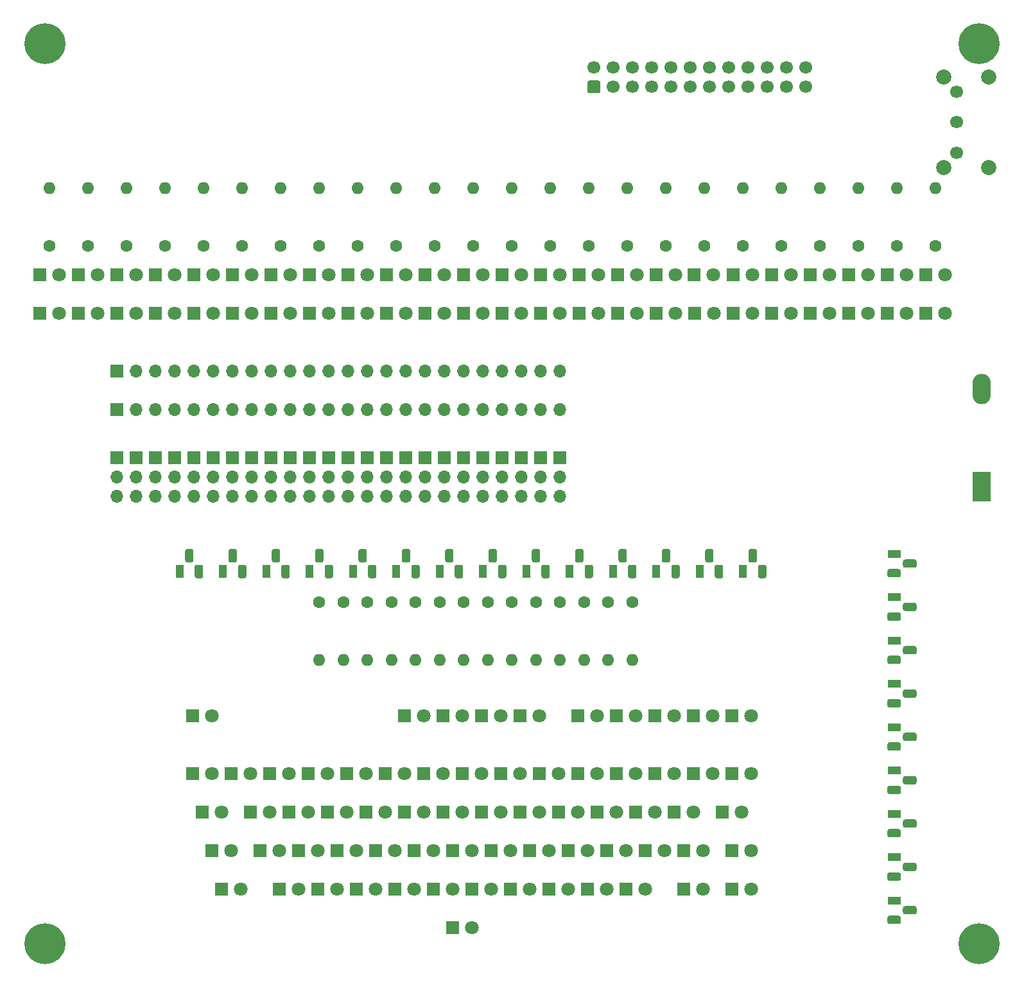
<source format=gbs>
G04 #@! TF.GenerationSoftware,KiCad,Pcbnew,(5.1.10)-1*
G04 #@! TF.CreationDate,2021-11-09T17:57:51-08:00*
G04 #@! TF.ProjectId,AtariKeyboardTester,41746172-694b-4657-9962-6f6172645465,A*
G04 #@! TF.SameCoordinates,Original*
G04 #@! TF.FileFunction,Soldermask,Bot*
G04 #@! TF.FilePolarity,Negative*
%FSLAX46Y46*%
G04 Gerber Fmt 4.6, Leading zero omitted, Abs format (unit mm)*
G04 Created by KiCad (PCBNEW (5.1.10)-1) date 2021-11-09 17:57:51*
%MOMM*%
%LPD*%
G01*
G04 APERTURE LIST*
%ADD10C,1.800000*%
%ADD11R,1.800000X1.800000*%
%ADD12O,2.410000X4.020000*%
%ADD13R,2.410000X4.020000*%
%ADD14C,1.700000*%
%ADD15C,2.000000*%
%ADD16O,1.700000X1.700000*%
%ADD17R,1.700000X1.700000*%
%ADD18C,1.600000*%
%ADD19O,1.600000X1.600000*%
%ADD20C,5.400000*%
%ADD21R,1.800000X1.100000*%
%ADD22R,1.100000X1.800000*%
G04 APERTURE END LIST*
D10*
X116674900Y-112786160D03*
D11*
X114134900Y-112786160D03*
D10*
X142240000Y-59690000D03*
D11*
X139700000Y-59690000D03*
D10*
X137160000Y-59690000D03*
D11*
X134620000Y-59690000D03*
D10*
X132080000Y-59690000D03*
D11*
X129540000Y-59690000D03*
D10*
X127000000Y-59690000D03*
D11*
X124460000Y-59690000D03*
D10*
X121920000Y-59690000D03*
D11*
X119380000Y-59690000D03*
D10*
X116840000Y-59690000D03*
D11*
X114300000Y-59690000D03*
D10*
X111760000Y-59690000D03*
D11*
X109220000Y-59690000D03*
D10*
X106680000Y-59690000D03*
D11*
X104140000Y-59690000D03*
D10*
X101600000Y-59690000D03*
D11*
X99060000Y-59690000D03*
D10*
X96520000Y-59690000D03*
D11*
X93980000Y-59690000D03*
D10*
X91440000Y-59690000D03*
D11*
X88900000Y-59690000D03*
D10*
X86360000Y-59690000D03*
D11*
X83820000Y-59690000D03*
D10*
X81280000Y-59690000D03*
D11*
X78740000Y-59690000D03*
D10*
X76200000Y-59690000D03*
D11*
X73660000Y-59690000D03*
D10*
X71120000Y-59690000D03*
D11*
X68580000Y-59690000D03*
D10*
X66040000Y-59690000D03*
D11*
X63500000Y-59690000D03*
D10*
X60960000Y-59690000D03*
D11*
X58420000Y-59690000D03*
D10*
X55880000Y-59690000D03*
D11*
X53340000Y-59690000D03*
D10*
X50800000Y-59690000D03*
D11*
X48260000Y-59690000D03*
D10*
X45720000Y-59690000D03*
D11*
X43180000Y-59690000D03*
D10*
X40640000Y-59690000D03*
D11*
X38100000Y-59690000D03*
D10*
X35560000Y-59690000D03*
D11*
X33020000Y-59690000D03*
D10*
X30480000Y-59690000D03*
D11*
X27940000Y-59690000D03*
D10*
X25400000Y-59690000D03*
D11*
X22860000Y-59690000D03*
D10*
X142240000Y-54610000D03*
D11*
X139700000Y-54610000D03*
D10*
X137160000Y-54610000D03*
D11*
X134620000Y-54610000D03*
D10*
X132080000Y-54610000D03*
D11*
X129540000Y-54610000D03*
D10*
X127000000Y-54610000D03*
D11*
X124460000Y-54610000D03*
D10*
X121920000Y-54610000D03*
D11*
X119380000Y-54610000D03*
D10*
X116840000Y-54610000D03*
D11*
X114300000Y-54610000D03*
D10*
X111680000Y-54610000D03*
D11*
X109140000Y-54610000D03*
D10*
X106680000Y-54610000D03*
D11*
X104140000Y-54610000D03*
D10*
X101600000Y-54610000D03*
D11*
X99060000Y-54610000D03*
D10*
X96520000Y-54610000D03*
D11*
X93980000Y-54610000D03*
D10*
X91440000Y-54610000D03*
D11*
X88900000Y-54610000D03*
D10*
X86360000Y-54610000D03*
D11*
X83820000Y-54610000D03*
D10*
X81280000Y-54610000D03*
D11*
X78740000Y-54610000D03*
D10*
X76200000Y-54610000D03*
D11*
X73660000Y-54610000D03*
D10*
X71120000Y-54610000D03*
D11*
X68580000Y-54610000D03*
D10*
X66040000Y-54610000D03*
D11*
X63500000Y-54610000D03*
D10*
X60960000Y-54610000D03*
D11*
X58420000Y-54610000D03*
D10*
X55880000Y-54610000D03*
D11*
X53340000Y-54610000D03*
D10*
X50800000Y-54610000D03*
D11*
X48260000Y-54610000D03*
D10*
X45720000Y-54610000D03*
D11*
X43180000Y-54610000D03*
D10*
X40640000Y-54610000D03*
D11*
X38100000Y-54610000D03*
D10*
X35560000Y-54610000D03*
D11*
X33020000Y-54610000D03*
D10*
X30480000Y-54610000D03*
D11*
X27940000Y-54610000D03*
D10*
X25400000Y-54610000D03*
D11*
X22860000Y-54610000D03*
D10*
X116674900Y-120406160D03*
D11*
X114134900Y-120406160D03*
D10*
X111594900Y-112786160D03*
D11*
X109054900Y-112786160D03*
D10*
X116674900Y-135646160D03*
D11*
X114134900Y-135646160D03*
D10*
X116674900Y-130566160D03*
D11*
X114134900Y-130566160D03*
D10*
X115404900Y-125486160D03*
D11*
X112864900Y-125486160D03*
D10*
X111594900Y-120406160D03*
D11*
X109054900Y-120406160D03*
D10*
X110324900Y-130566160D03*
D11*
X107784900Y-130566160D03*
D10*
X110324900Y-135646160D03*
D11*
X107784900Y-135646160D03*
D10*
X109054900Y-125486160D03*
D11*
X106514900Y-125486160D03*
D10*
X106514900Y-112786160D03*
D11*
X103974900Y-112786160D03*
D10*
X106514900Y-120406160D03*
D11*
X103974900Y-120406160D03*
D10*
X105244900Y-130566160D03*
D11*
X102704900Y-130566160D03*
D10*
X103974900Y-125486160D03*
D11*
X101434900Y-125486160D03*
D10*
X102704900Y-135646160D03*
D11*
X100164900Y-135646160D03*
D10*
X101434900Y-120406160D03*
D11*
X98894900Y-120406160D03*
D10*
X101434900Y-112786160D03*
D11*
X98894900Y-112786160D03*
D10*
X100164900Y-130566160D03*
D11*
X97624900Y-130566160D03*
D10*
X98894900Y-125486160D03*
D11*
X96354900Y-125486160D03*
D10*
X97624900Y-135646160D03*
D11*
X95084900Y-135646160D03*
D10*
X96354900Y-120406160D03*
D11*
X93814900Y-120406160D03*
D10*
X95084900Y-130566160D03*
D11*
X92544900Y-130566160D03*
D10*
X93814900Y-125486160D03*
D11*
X91274900Y-125486160D03*
D10*
X96354900Y-112786160D03*
D11*
X93814900Y-112786160D03*
D10*
X92544900Y-135646160D03*
D11*
X90004900Y-135646160D03*
D10*
X91274900Y-120406160D03*
D11*
X88734900Y-120406160D03*
D10*
X90004900Y-130566160D03*
D11*
X87464900Y-130566160D03*
D10*
X88734900Y-125486160D03*
D11*
X86194900Y-125486160D03*
D10*
X87464900Y-135646160D03*
D11*
X84924900Y-135646160D03*
D10*
X86194900Y-120406160D03*
D11*
X83654900Y-120406160D03*
D10*
X88734900Y-112786160D03*
D11*
X86194900Y-112786160D03*
D10*
X84924900Y-130566160D03*
D11*
X82384900Y-130566160D03*
D10*
X83654900Y-125486160D03*
D11*
X81114900Y-125486160D03*
D10*
X82384900Y-135646160D03*
D11*
X79844900Y-135646160D03*
D10*
X79844900Y-140726160D03*
D11*
X77304900Y-140726160D03*
D10*
X81114900Y-120406160D03*
D11*
X78574900Y-120406160D03*
D10*
X79844900Y-130566160D03*
D11*
X77304900Y-130566160D03*
D10*
X78574900Y-125486160D03*
D11*
X76034900Y-125486160D03*
D10*
X83654900Y-112786160D03*
D11*
X81114900Y-112786160D03*
D10*
X77304900Y-135646160D03*
D11*
X74764900Y-135646160D03*
D10*
X76034900Y-120406160D03*
D11*
X73494900Y-120406160D03*
D10*
X74764900Y-130566160D03*
D11*
X72224900Y-130566160D03*
D10*
X73494900Y-125486160D03*
D11*
X70954900Y-125486160D03*
D10*
X72224900Y-135646160D03*
D11*
X69684900Y-135646160D03*
D10*
X70954900Y-120406160D03*
D11*
X68414900Y-120406160D03*
D10*
X78574900Y-112786160D03*
D11*
X76034900Y-112786160D03*
D10*
X69684900Y-130566160D03*
D11*
X67144900Y-130566160D03*
D10*
X68414900Y-125486160D03*
D11*
X65874900Y-125486160D03*
D10*
X67144900Y-135646160D03*
D11*
X64604900Y-135646160D03*
D10*
X65874900Y-120406160D03*
D11*
X63334900Y-120406160D03*
D10*
X64604900Y-130566160D03*
D11*
X62064900Y-130566160D03*
D10*
X63334900Y-125486160D03*
D11*
X60794900Y-125486160D03*
D10*
X73494900Y-112786160D03*
D11*
X70954900Y-112786160D03*
D10*
X62064900Y-135646160D03*
D11*
X59524900Y-135646160D03*
D10*
X60794900Y-120406160D03*
D11*
X58254900Y-120406160D03*
D10*
X59524900Y-130566160D03*
D11*
X56984900Y-130566160D03*
D10*
X58254900Y-125486160D03*
D11*
X55714900Y-125486160D03*
D10*
X56984900Y-135646160D03*
D11*
X54444900Y-135646160D03*
D10*
X55714900Y-120406160D03*
D11*
X53174900Y-120406160D03*
D10*
X54444900Y-130566160D03*
D11*
X51904900Y-130566160D03*
D10*
X53174900Y-125486160D03*
D11*
X50634900Y-125486160D03*
D10*
X50634900Y-120406160D03*
D11*
X48094900Y-120406160D03*
D10*
X49364900Y-135646160D03*
D11*
X46824900Y-135646160D03*
D10*
X48094900Y-130566160D03*
D11*
X45554900Y-130566160D03*
D10*
X46824900Y-125486160D03*
D11*
X44284900Y-125486160D03*
D10*
X45554900Y-120406160D03*
D11*
X43014900Y-120406160D03*
D10*
X45554900Y-112786160D03*
D11*
X43014900Y-112786160D03*
D12*
X147030000Y-69680000D03*
D13*
X147030000Y-82560000D03*
D14*
X143750000Y-30500000D03*
X143750000Y-34500000D03*
X143750000Y-38500000D03*
D15*
X148000000Y-40500000D03*
X148000000Y-28500000D03*
X142000000Y-28500000D03*
X142000000Y-40500000D03*
D16*
X33020000Y-83820000D03*
X33020000Y-81280000D03*
D17*
X33020000Y-78740000D03*
D16*
X35560000Y-83820000D03*
X35560000Y-81280000D03*
D17*
X35560000Y-78740000D03*
D16*
X38100000Y-83820000D03*
X38100000Y-81280000D03*
D17*
X38100000Y-78740000D03*
D16*
X40640000Y-83820000D03*
X40640000Y-81280000D03*
D17*
X40640000Y-78740000D03*
D16*
X43180000Y-83790000D03*
X43180000Y-81250000D03*
D17*
X43180000Y-78710000D03*
D16*
X45720000Y-83850000D03*
X45720000Y-81310000D03*
D17*
X45720000Y-78770000D03*
D16*
X48260000Y-83850000D03*
X48260000Y-81310000D03*
D17*
X48260000Y-78770000D03*
D16*
X50800000Y-83820000D03*
X50800000Y-81280000D03*
D17*
X50800000Y-78740000D03*
D16*
X53340000Y-83820000D03*
X53340000Y-81280000D03*
D17*
X53340000Y-78740000D03*
D16*
X55880000Y-83820000D03*
X55880000Y-81280000D03*
D17*
X55880000Y-78740000D03*
D16*
X58420000Y-83820000D03*
X58420000Y-81280000D03*
D17*
X58420000Y-78740000D03*
D16*
X60960000Y-83820000D03*
X60960000Y-81280000D03*
D17*
X60960000Y-78740000D03*
D16*
X63500000Y-83820000D03*
X63500000Y-81280000D03*
D17*
X63500000Y-78740000D03*
D16*
X66040000Y-83820000D03*
X66040000Y-81280000D03*
D17*
X66040000Y-78740000D03*
D16*
X68580000Y-83820000D03*
X68580000Y-81280000D03*
D17*
X68580000Y-78740000D03*
D16*
X71120000Y-83820000D03*
X71120000Y-81280000D03*
D17*
X71120000Y-78740000D03*
D16*
X73660000Y-83820000D03*
X73660000Y-81280000D03*
D17*
X73660000Y-78740000D03*
D16*
X76200000Y-83820000D03*
X76200000Y-81280000D03*
D17*
X76200000Y-78740000D03*
D16*
X78740000Y-83820000D03*
X78740000Y-81280000D03*
D17*
X78740000Y-78740000D03*
D16*
X81280000Y-83820000D03*
X81280000Y-81280000D03*
D17*
X81280000Y-78740000D03*
D16*
X83820000Y-83820000D03*
X83820000Y-81280000D03*
D17*
X83820000Y-78740000D03*
D16*
X86360000Y-83820000D03*
X86360000Y-81280000D03*
D17*
X86360000Y-78740000D03*
D16*
X88900000Y-83820000D03*
X88900000Y-81280000D03*
D17*
X88900000Y-78740000D03*
D16*
X91440000Y-83820000D03*
X91440000Y-81280000D03*
D17*
X91440000Y-78740000D03*
D18*
X24130000Y-50800000D03*
D19*
X24130000Y-43180000D03*
D18*
X29210000Y-50800000D03*
D19*
X29210000Y-43180000D03*
D18*
X34290000Y-50800000D03*
D19*
X34290000Y-43180000D03*
D18*
X39370000Y-50800000D03*
D19*
X39370000Y-43180000D03*
D18*
X44450000Y-50800000D03*
D19*
X44450000Y-43180000D03*
D18*
X49530000Y-50800000D03*
D19*
X49530000Y-43180000D03*
D18*
X54610000Y-50800000D03*
D19*
X54610000Y-43180000D03*
D18*
X59690000Y-50800000D03*
D19*
X59690000Y-43180000D03*
D18*
X64770000Y-50800000D03*
D19*
X64770000Y-43180000D03*
D18*
X69850000Y-50800000D03*
D19*
X69850000Y-43180000D03*
D18*
X74930000Y-50800000D03*
D19*
X74930000Y-43180000D03*
D18*
X80010000Y-50800000D03*
D19*
X80010000Y-43180000D03*
D18*
X85090000Y-50800000D03*
D19*
X85090000Y-43180000D03*
D18*
X90170000Y-50800000D03*
D19*
X90170000Y-43180000D03*
D18*
X95250000Y-50800000D03*
D19*
X95250000Y-43180000D03*
D18*
X100330000Y-50800000D03*
D19*
X100330000Y-43180000D03*
D18*
X105410000Y-50800000D03*
D19*
X105410000Y-43180000D03*
D18*
X110490000Y-50800000D03*
D19*
X110490000Y-43180000D03*
D18*
X115570000Y-50800000D03*
D19*
X115570000Y-43180000D03*
D18*
X120650000Y-50800000D03*
D19*
X120650000Y-43180000D03*
D18*
X125730000Y-50800000D03*
D19*
X125730000Y-43180000D03*
D18*
X130810000Y-50800000D03*
D19*
X130810000Y-43180000D03*
D18*
X135890000Y-50800000D03*
D19*
X135890000Y-43180000D03*
D18*
X140970000Y-50800000D03*
D19*
X140970000Y-43180000D03*
D18*
X59690000Y-97790000D03*
D19*
X59690000Y-105410000D03*
D18*
X62865000Y-97790000D03*
D19*
X62865000Y-105410000D03*
D18*
X66040000Y-97790000D03*
D19*
X66040000Y-105410000D03*
D18*
X69215000Y-97790000D03*
D19*
X69215000Y-105410000D03*
D18*
X72390000Y-97790000D03*
D19*
X72390000Y-105410000D03*
D18*
X75565000Y-97790000D03*
D19*
X75565000Y-105410000D03*
D18*
X78740000Y-97790000D03*
D19*
X78740000Y-105410000D03*
D18*
X81915000Y-97790000D03*
D19*
X81915000Y-105410000D03*
D18*
X85090000Y-97790000D03*
D19*
X85090000Y-105410000D03*
D18*
X88265000Y-97790000D03*
D19*
X88265000Y-105410000D03*
D18*
X91440000Y-97790000D03*
D19*
X91440000Y-105410000D03*
D18*
X94615000Y-97790000D03*
D19*
X94615000Y-105410000D03*
D18*
X97790000Y-97790000D03*
D19*
X97790000Y-105410000D03*
D18*
X100965000Y-97790000D03*
D19*
X100965000Y-105410000D03*
D20*
X146685000Y-24130000D03*
X146685000Y-142875000D03*
X23495000Y-142875000D03*
X23495000Y-24130000D03*
D21*
X135490000Y-137160000D03*
G36*
G01*
X134865000Y-139150000D02*
X136115000Y-139150000D01*
G75*
G02*
X136390000Y-139425000I0J-275000D01*
G01*
X136390000Y-139975000D01*
G75*
G02*
X136115000Y-140250000I-275000J0D01*
G01*
X134865000Y-140250000D01*
G75*
G02*
X134590000Y-139975000I0J275000D01*
G01*
X134590000Y-139425000D01*
G75*
G02*
X134865000Y-139150000I275000J0D01*
G01*
G37*
G36*
G01*
X136935000Y-137880000D02*
X138185000Y-137880000D01*
G75*
G02*
X138460000Y-138155000I0J-275000D01*
G01*
X138460000Y-138705000D01*
G75*
G02*
X138185000Y-138980000I-275000J0D01*
G01*
X136935000Y-138980000D01*
G75*
G02*
X136660000Y-138705000I0J275000D01*
G01*
X136660000Y-138155000D01*
G75*
G02*
X136935000Y-137880000I275000J0D01*
G01*
G37*
X135490000Y-131445000D03*
G36*
G01*
X134865000Y-133435000D02*
X136115000Y-133435000D01*
G75*
G02*
X136390000Y-133710000I0J-275000D01*
G01*
X136390000Y-134260000D01*
G75*
G02*
X136115000Y-134535000I-275000J0D01*
G01*
X134865000Y-134535000D01*
G75*
G02*
X134590000Y-134260000I0J275000D01*
G01*
X134590000Y-133710000D01*
G75*
G02*
X134865000Y-133435000I275000J0D01*
G01*
G37*
G36*
G01*
X136935000Y-132165000D02*
X138185000Y-132165000D01*
G75*
G02*
X138460000Y-132440000I0J-275000D01*
G01*
X138460000Y-132990000D01*
G75*
G02*
X138185000Y-133265000I-275000J0D01*
G01*
X136935000Y-133265000D01*
G75*
G02*
X136660000Y-132990000I0J275000D01*
G01*
X136660000Y-132440000D01*
G75*
G02*
X136935000Y-132165000I275000J0D01*
G01*
G37*
X135490000Y-125730000D03*
G36*
G01*
X134865000Y-127720000D02*
X136115000Y-127720000D01*
G75*
G02*
X136390000Y-127995000I0J-275000D01*
G01*
X136390000Y-128545000D01*
G75*
G02*
X136115000Y-128820000I-275000J0D01*
G01*
X134865000Y-128820000D01*
G75*
G02*
X134590000Y-128545000I0J275000D01*
G01*
X134590000Y-127995000D01*
G75*
G02*
X134865000Y-127720000I275000J0D01*
G01*
G37*
G36*
G01*
X136935000Y-126450000D02*
X138185000Y-126450000D01*
G75*
G02*
X138460000Y-126725000I0J-275000D01*
G01*
X138460000Y-127275000D01*
G75*
G02*
X138185000Y-127550000I-275000J0D01*
G01*
X136935000Y-127550000D01*
G75*
G02*
X136660000Y-127275000I0J275000D01*
G01*
X136660000Y-126725000D01*
G75*
G02*
X136935000Y-126450000I275000J0D01*
G01*
G37*
X135490000Y-120015000D03*
G36*
G01*
X134865000Y-122005000D02*
X136115000Y-122005000D01*
G75*
G02*
X136390000Y-122280000I0J-275000D01*
G01*
X136390000Y-122830000D01*
G75*
G02*
X136115000Y-123105000I-275000J0D01*
G01*
X134865000Y-123105000D01*
G75*
G02*
X134590000Y-122830000I0J275000D01*
G01*
X134590000Y-122280000D01*
G75*
G02*
X134865000Y-122005000I275000J0D01*
G01*
G37*
G36*
G01*
X136935000Y-120735000D02*
X138185000Y-120735000D01*
G75*
G02*
X138460000Y-121010000I0J-275000D01*
G01*
X138460000Y-121560000D01*
G75*
G02*
X138185000Y-121835000I-275000J0D01*
G01*
X136935000Y-121835000D01*
G75*
G02*
X136660000Y-121560000I0J275000D01*
G01*
X136660000Y-121010000D01*
G75*
G02*
X136935000Y-120735000I275000J0D01*
G01*
G37*
X135490000Y-114300000D03*
G36*
G01*
X134865000Y-116290000D02*
X136115000Y-116290000D01*
G75*
G02*
X136390000Y-116565000I0J-275000D01*
G01*
X136390000Y-117115000D01*
G75*
G02*
X136115000Y-117390000I-275000J0D01*
G01*
X134865000Y-117390000D01*
G75*
G02*
X134590000Y-117115000I0J275000D01*
G01*
X134590000Y-116565000D01*
G75*
G02*
X134865000Y-116290000I275000J0D01*
G01*
G37*
G36*
G01*
X136935000Y-115020000D02*
X138185000Y-115020000D01*
G75*
G02*
X138460000Y-115295000I0J-275000D01*
G01*
X138460000Y-115845000D01*
G75*
G02*
X138185000Y-116120000I-275000J0D01*
G01*
X136935000Y-116120000D01*
G75*
G02*
X136660000Y-115845000I0J275000D01*
G01*
X136660000Y-115295000D01*
G75*
G02*
X136935000Y-115020000I275000J0D01*
G01*
G37*
X135490000Y-108585000D03*
G36*
G01*
X134865000Y-110575000D02*
X136115000Y-110575000D01*
G75*
G02*
X136390000Y-110850000I0J-275000D01*
G01*
X136390000Y-111400000D01*
G75*
G02*
X136115000Y-111675000I-275000J0D01*
G01*
X134865000Y-111675000D01*
G75*
G02*
X134590000Y-111400000I0J275000D01*
G01*
X134590000Y-110850000D01*
G75*
G02*
X134865000Y-110575000I275000J0D01*
G01*
G37*
G36*
G01*
X136935000Y-109305000D02*
X138185000Y-109305000D01*
G75*
G02*
X138460000Y-109580000I0J-275000D01*
G01*
X138460000Y-110130000D01*
G75*
G02*
X138185000Y-110405000I-275000J0D01*
G01*
X136935000Y-110405000D01*
G75*
G02*
X136660000Y-110130000I0J275000D01*
G01*
X136660000Y-109580000D01*
G75*
G02*
X136935000Y-109305000I275000J0D01*
G01*
G37*
X135490000Y-102870000D03*
G36*
G01*
X134865000Y-104860000D02*
X136115000Y-104860000D01*
G75*
G02*
X136390000Y-105135000I0J-275000D01*
G01*
X136390000Y-105685000D01*
G75*
G02*
X136115000Y-105960000I-275000J0D01*
G01*
X134865000Y-105960000D01*
G75*
G02*
X134590000Y-105685000I0J275000D01*
G01*
X134590000Y-105135000D01*
G75*
G02*
X134865000Y-104860000I275000J0D01*
G01*
G37*
G36*
G01*
X136935000Y-103590000D02*
X138185000Y-103590000D01*
G75*
G02*
X138460000Y-103865000I0J-275000D01*
G01*
X138460000Y-104415000D01*
G75*
G02*
X138185000Y-104690000I-275000J0D01*
G01*
X136935000Y-104690000D01*
G75*
G02*
X136660000Y-104415000I0J275000D01*
G01*
X136660000Y-103865000D01*
G75*
G02*
X136935000Y-103590000I275000J0D01*
G01*
G37*
X135490000Y-97155000D03*
G36*
G01*
X134865000Y-99145000D02*
X136115000Y-99145000D01*
G75*
G02*
X136390000Y-99420000I0J-275000D01*
G01*
X136390000Y-99970000D01*
G75*
G02*
X136115000Y-100245000I-275000J0D01*
G01*
X134865000Y-100245000D01*
G75*
G02*
X134590000Y-99970000I0J275000D01*
G01*
X134590000Y-99420000D01*
G75*
G02*
X134865000Y-99145000I275000J0D01*
G01*
G37*
G36*
G01*
X136935000Y-97875000D02*
X138185000Y-97875000D01*
G75*
G02*
X138460000Y-98150000I0J-275000D01*
G01*
X138460000Y-98700000D01*
G75*
G02*
X138185000Y-98975000I-275000J0D01*
G01*
X136935000Y-98975000D01*
G75*
G02*
X136660000Y-98700000I0J275000D01*
G01*
X136660000Y-98150000D01*
G75*
G02*
X136935000Y-97875000I275000J0D01*
G01*
G37*
X135490000Y-91440000D03*
G36*
G01*
X134865000Y-93430000D02*
X136115000Y-93430000D01*
G75*
G02*
X136390000Y-93705000I0J-275000D01*
G01*
X136390000Y-94255000D01*
G75*
G02*
X136115000Y-94530000I-275000J0D01*
G01*
X134865000Y-94530000D01*
G75*
G02*
X134590000Y-94255000I0J275000D01*
G01*
X134590000Y-93705000D01*
G75*
G02*
X134865000Y-93430000I275000J0D01*
G01*
G37*
G36*
G01*
X136935000Y-92160000D02*
X138185000Y-92160000D01*
G75*
G02*
X138460000Y-92435000I0J-275000D01*
G01*
X138460000Y-92985000D01*
G75*
G02*
X138185000Y-93260000I-275000J0D01*
G01*
X136935000Y-93260000D01*
G75*
G02*
X136660000Y-92985000I0J275000D01*
G01*
X136660000Y-92435000D01*
G75*
G02*
X136935000Y-92160000I275000J0D01*
G01*
G37*
D22*
X115570000Y-93745000D03*
G36*
G01*
X117560000Y-94370000D02*
X117560000Y-93120000D01*
G75*
G02*
X117835000Y-92845000I275000J0D01*
G01*
X118385000Y-92845000D01*
G75*
G02*
X118660000Y-93120000I0J-275000D01*
G01*
X118660000Y-94370000D01*
G75*
G02*
X118385000Y-94645000I-275000J0D01*
G01*
X117835000Y-94645000D01*
G75*
G02*
X117560000Y-94370000I0J275000D01*
G01*
G37*
G36*
G01*
X116290000Y-92300000D02*
X116290000Y-91050000D01*
G75*
G02*
X116565000Y-90775000I275000J0D01*
G01*
X117115000Y-90775000D01*
G75*
G02*
X117390000Y-91050000I0J-275000D01*
G01*
X117390000Y-92300000D01*
G75*
G02*
X117115000Y-92575000I-275000J0D01*
G01*
X116565000Y-92575000D01*
G75*
G02*
X116290000Y-92300000I0J275000D01*
G01*
G37*
X109855000Y-93745000D03*
G36*
G01*
X111845000Y-94370000D02*
X111845000Y-93120000D01*
G75*
G02*
X112120000Y-92845000I275000J0D01*
G01*
X112670000Y-92845000D01*
G75*
G02*
X112945000Y-93120000I0J-275000D01*
G01*
X112945000Y-94370000D01*
G75*
G02*
X112670000Y-94645000I-275000J0D01*
G01*
X112120000Y-94645000D01*
G75*
G02*
X111845000Y-94370000I0J275000D01*
G01*
G37*
G36*
G01*
X110575000Y-92300000D02*
X110575000Y-91050000D01*
G75*
G02*
X110850000Y-90775000I275000J0D01*
G01*
X111400000Y-90775000D01*
G75*
G02*
X111675000Y-91050000I0J-275000D01*
G01*
X111675000Y-92300000D01*
G75*
G02*
X111400000Y-92575000I-275000J0D01*
G01*
X110850000Y-92575000D01*
G75*
G02*
X110575000Y-92300000I0J275000D01*
G01*
G37*
X104140000Y-93745000D03*
G36*
G01*
X106130000Y-94370000D02*
X106130000Y-93120000D01*
G75*
G02*
X106405000Y-92845000I275000J0D01*
G01*
X106955000Y-92845000D01*
G75*
G02*
X107230000Y-93120000I0J-275000D01*
G01*
X107230000Y-94370000D01*
G75*
G02*
X106955000Y-94645000I-275000J0D01*
G01*
X106405000Y-94645000D01*
G75*
G02*
X106130000Y-94370000I0J275000D01*
G01*
G37*
G36*
G01*
X104860000Y-92300000D02*
X104860000Y-91050000D01*
G75*
G02*
X105135000Y-90775000I275000J0D01*
G01*
X105685000Y-90775000D01*
G75*
G02*
X105960000Y-91050000I0J-275000D01*
G01*
X105960000Y-92300000D01*
G75*
G02*
X105685000Y-92575000I-275000J0D01*
G01*
X105135000Y-92575000D01*
G75*
G02*
X104860000Y-92300000I0J275000D01*
G01*
G37*
X98425000Y-93745000D03*
G36*
G01*
X100415000Y-94370000D02*
X100415000Y-93120000D01*
G75*
G02*
X100690000Y-92845000I275000J0D01*
G01*
X101240000Y-92845000D01*
G75*
G02*
X101515000Y-93120000I0J-275000D01*
G01*
X101515000Y-94370000D01*
G75*
G02*
X101240000Y-94645000I-275000J0D01*
G01*
X100690000Y-94645000D01*
G75*
G02*
X100415000Y-94370000I0J275000D01*
G01*
G37*
G36*
G01*
X99145000Y-92300000D02*
X99145000Y-91050000D01*
G75*
G02*
X99420000Y-90775000I275000J0D01*
G01*
X99970000Y-90775000D01*
G75*
G02*
X100245000Y-91050000I0J-275000D01*
G01*
X100245000Y-92300000D01*
G75*
G02*
X99970000Y-92575000I-275000J0D01*
G01*
X99420000Y-92575000D01*
G75*
G02*
X99145000Y-92300000I0J275000D01*
G01*
G37*
X92710000Y-93745000D03*
G36*
G01*
X94700000Y-94370000D02*
X94700000Y-93120000D01*
G75*
G02*
X94975000Y-92845000I275000J0D01*
G01*
X95525000Y-92845000D01*
G75*
G02*
X95800000Y-93120000I0J-275000D01*
G01*
X95800000Y-94370000D01*
G75*
G02*
X95525000Y-94645000I-275000J0D01*
G01*
X94975000Y-94645000D01*
G75*
G02*
X94700000Y-94370000I0J275000D01*
G01*
G37*
G36*
G01*
X93430000Y-92300000D02*
X93430000Y-91050000D01*
G75*
G02*
X93705000Y-90775000I275000J0D01*
G01*
X94255000Y-90775000D01*
G75*
G02*
X94530000Y-91050000I0J-275000D01*
G01*
X94530000Y-92300000D01*
G75*
G02*
X94255000Y-92575000I-275000J0D01*
G01*
X93705000Y-92575000D01*
G75*
G02*
X93430000Y-92300000I0J275000D01*
G01*
G37*
X86995000Y-93745000D03*
G36*
G01*
X88985000Y-94370000D02*
X88985000Y-93120000D01*
G75*
G02*
X89260000Y-92845000I275000J0D01*
G01*
X89810000Y-92845000D01*
G75*
G02*
X90085000Y-93120000I0J-275000D01*
G01*
X90085000Y-94370000D01*
G75*
G02*
X89810000Y-94645000I-275000J0D01*
G01*
X89260000Y-94645000D01*
G75*
G02*
X88985000Y-94370000I0J275000D01*
G01*
G37*
G36*
G01*
X87715000Y-92300000D02*
X87715000Y-91050000D01*
G75*
G02*
X87990000Y-90775000I275000J0D01*
G01*
X88540000Y-90775000D01*
G75*
G02*
X88815000Y-91050000I0J-275000D01*
G01*
X88815000Y-92300000D01*
G75*
G02*
X88540000Y-92575000I-275000J0D01*
G01*
X87990000Y-92575000D01*
G75*
G02*
X87715000Y-92300000I0J275000D01*
G01*
G37*
X81280000Y-93745000D03*
G36*
G01*
X83270000Y-94370000D02*
X83270000Y-93120000D01*
G75*
G02*
X83545000Y-92845000I275000J0D01*
G01*
X84095000Y-92845000D01*
G75*
G02*
X84370000Y-93120000I0J-275000D01*
G01*
X84370000Y-94370000D01*
G75*
G02*
X84095000Y-94645000I-275000J0D01*
G01*
X83545000Y-94645000D01*
G75*
G02*
X83270000Y-94370000I0J275000D01*
G01*
G37*
G36*
G01*
X82000000Y-92300000D02*
X82000000Y-91050000D01*
G75*
G02*
X82275000Y-90775000I275000J0D01*
G01*
X82825000Y-90775000D01*
G75*
G02*
X83100000Y-91050000I0J-275000D01*
G01*
X83100000Y-92300000D01*
G75*
G02*
X82825000Y-92575000I-275000J0D01*
G01*
X82275000Y-92575000D01*
G75*
G02*
X82000000Y-92300000I0J275000D01*
G01*
G37*
X75565000Y-93745000D03*
G36*
G01*
X77555000Y-94370000D02*
X77555000Y-93120000D01*
G75*
G02*
X77830000Y-92845000I275000J0D01*
G01*
X78380000Y-92845000D01*
G75*
G02*
X78655000Y-93120000I0J-275000D01*
G01*
X78655000Y-94370000D01*
G75*
G02*
X78380000Y-94645000I-275000J0D01*
G01*
X77830000Y-94645000D01*
G75*
G02*
X77555000Y-94370000I0J275000D01*
G01*
G37*
G36*
G01*
X76285000Y-92300000D02*
X76285000Y-91050000D01*
G75*
G02*
X76560000Y-90775000I275000J0D01*
G01*
X77110000Y-90775000D01*
G75*
G02*
X77385000Y-91050000I0J-275000D01*
G01*
X77385000Y-92300000D01*
G75*
G02*
X77110000Y-92575000I-275000J0D01*
G01*
X76560000Y-92575000D01*
G75*
G02*
X76285000Y-92300000I0J275000D01*
G01*
G37*
X69850000Y-93745000D03*
G36*
G01*
X71840000Y-94370000D02*
X71840000Y-93120000D01*
G75*
G02*
X72115000Y-92845000I275000J0D01*
G01*
X72665000Y-92845000D01*
G75*
G02*
X72940000Y-93120000I0J-275000D01*
G01*
X72940000Y-94370000D01*
G75*
G02*
X72665000Y-94645000I-275000J0D01*
G01*
X72115000Y-94645000D01*
G75*
G02*
X71840000Y-94370000I0J275000D01*
G01*
G37*
G36*
G01*
X70570000Y-92300000D02*
X70570000Y-91050000D01*
G75*
G02*
X70845000Y-90775000I275000J0D01*
G01*
X71395000Y-90775000D01*
G75*
G02*
X71670000Y-91050000I0J-275000D01*
G01*
X71670000Y-92300000D01*
G75*
G02*
X71395000Y-92575000I-275000J0D01*
G01*
X70845000Y-92575000D01*
G75*
G02*
X70570000Y-92300000I0J275000D01*
G01*
G37*
X64135000Y-93745000D03*
G36*
G01*
X66125000Y-94370000D02*
X66125000Y-93120000D01*
G75*
G02*
X66400000Y-92845000I275000J0D01*
G01*
X66950000Y-92845000D01*
G75*
G02*
X67225000Y-93120000I0J-275000D01*
G01*
X67225000Y-94370000D01*
G75*
G02*
X66950000Y-94645000I-275000J0D01*
G01*
X66400000Y-94645000D01*
G75*
G02*
X66125000Y-94370000I0J275000D01*
G01*
G37*
G36*
G01*
X64855000Y-92300000D02*
X64855000Y-91050000D01*
G75*
G02*
X65130000Y-90775000I275000J0D01*
G01*
X65680000Y-90775000D01*
G75*
G02*
X65955000Y-91050000I0J-275000D01*
G01*
X65955000Y-92300000D01*
G75*
G02*
X65680000Y-92575000I-275000J0D01*
G01*
X65130000Y-92575000D01*
G75*
G02*
X64855000Y-92300000I0J275000D01*
G01*
G37*
X58420000Y-93745000D03*
G36*
G01*
X60410000Y-94370000D02*
X60410000Y-93120000D01*
G75*
G02*
X60685000Y-92845000I275000J0D01*
G01*
X61235000Y-92845000D01*
G75*
G02*
X61510000Y-93120000I0J-275000D01*
G01*
X61510000Y-94370000D01*
G75*
G02*
X61235000Y-94645000I-275000J0D01*
G01*
X60685000Y-94645000D01*
G75*
G02*
X60410000Y-94370000I0J275000D01*
G01*
G37*
G36*
G01*
X59140000Y-92300000D02*
X59140000Y-91050000D01*
G75*
G02*
X59415000Y-90775000I275000J0D01*
G01*
X59965000Y-90775000D01*
G75*
G02*
X60240000Y-91050000I0J-275000D01*
G01*
X60240000Y-92300000D01*
G75*
G02*
X59965000Y-92575000I-275000J0D01*
G01*
X59415000Y-92575000D01*
G75*
G02*
X59140000Y-92300000I0J275000D01*
G01*
G37*
X52705000Y-93745000D03*
G36*
G01*
X54695000Y-94370000D02*
X54695000Y-93120000D01*
G75*
G02*
X54970000Y-92845000I275000J0D01*
G01*
X55520000Y-92845000D01*
G75*
G02*
X55795000Y-93120000I0J-275000D01*
G01*
X55795000Y-94370000D01*
G75*
G02*
X55520000Y-94645000I-275000J0D01*
G01*
X54970000Y-94645000D01*
G75*
G02*
X54695000Y-94370000I0J275000D01*
G01*
G37*
G36*
G01*
X53425000Y-92300000D02*
X53425000Y-91050000D01*
G75*
G02*
X53700000Y-90775000I275000J0D01*
G01*
X54250000Y-90775000D01*
G75*
G02*
X54525000Y-91050000I0J-275000D01*
G01*
X54525000Y-92300000D01*
G75*
G02*
X54250000Y-92575000I-275000J0D01*
G01*
X53700000Y-92575000D01*
G75*
G02*
X53425000Y-92300000I0J275000D01*
G01*
G37*
X46990000Y-93745000D03*
G36*
G01*
X48980000Y-94370000D02*
X48980000Y-93120000D01*
G75*
G02*
X49255000Y-92845000I275000J0D01*
G01*
X49805000Y-92845000D01*
G75*
G02*
X50080000Y-93120000I0J-275000D01*
G01*
X50080000Y-94370000D01*
G75*
G02*
X49805000Y-94645000I-275000J0D01*
G01*
X49255000Y-94645000D01*
G75*
G02*
X48980000Y-94370000I0J275000D01*
G01*
G37*
G36*
G01*
X47710000Y-92300000D02*
X47710000Y-91050000D01*
G75*
G02*
X47985000Y-90775000I275000J0D01*
G01*
X48535000Y-90775000D01*
G75*
G02*
X48810000Y-91050000I0J-275000D01*
G01*
X48810000Y-92300000D01*
G75*
G02*
X48535000Y-92575000I-275000J0D01*
G01*
X47985000Y-92575000D01*
G75*
G02*
X47710000Y-92300000I0J275000D01*
G01*
G37*
X41275000Y-93745000D03*
G36*
G01*
X43265000Y-94370000D02*
X43265000Y-93120000D01*
G75*
G02*
X43540000Y-92845000I275000J0D01*
G01*
X44090000Y-92845000D01*
G75*
G02*
X44365000Y-93120000I0J-275000D01*
G01*
X44365000Y-94370000D01*
G75*
G02*
X44090000Y-94645000I-275000J0D01*
G01*
X43540000Y-94645000D01*
G75*
G02*
X43265000Y-94370000I0J275000D01*
G01*
G37*
G36*
G01*
X41995000Y-92300000D02*
X41995000Y-91050000D01*
G75*
G02*
X42270000Y-90775000I275000J0D01*
G01*
X42820000Y-90775000D01*
G75*
G02*
X43095000Y-91050000I0J-275000D01*
G01*
X43095000Y-92300000D01*
G75*
G02*
X42820000Y-92575000I-275000J0D01*
G01*
X42270000Y-92575000D01*
G75*
G02*
X41995000Y-92300000I0J275000D01*
G01*
G37*
D16*
X91440000Y-72390000D03*
X88900000Y-72390000D03*
X86360000Y-72390000D03*
X83820000Y-72390000D03*
X81280000Y-72390000D03*
X78740000Y-72390000D03*
X76200000Y-72390000D03*
X73660000Y-72390000D03*
X71120000Y-72390000D03*
X68580000Y-72390000D03*
X66040000Y-72390000D03*
X63500000Y-72390000D03*
X60960000Y-72390000D03*
X58420000Y-72390000D03*
X55880000Y-72390000D03*
X53340000Y-72390000D03*
X50800000Y-72390000D03*
X48260000Y-72390000D03*
X45720000Y-72390000D03*
X43180000Y-72390000D03*
X40640000Y-72390000D03*
X38100000Y-72390000D03*
X35560000Y-72390000D03*
D17*
X33020000Y-72390000D03*
D14*
X123825000Y-27305000D03*
X121285000Y-27305000D03*
X118745000Y-27305000D03*
X116205000Y-27305000D03*
X113665000Y-27305000D03*
X111125000Y-27305000D03*
X108585000Y-27305000D03*
X106045000Y-27305000D03*
X103505000Y-27305000D03*
X100965000Y-27305000D03*
X98425000Y-27305000D03*
X95885000Y-27305000D03*
X123825000Y-29845000D03*
X121285000Y-29845000D03*
X118745000Y-29845000D03*
X116205000Y-29845000D03*
X113665000Y-29845000D03*
X111125000Y-29845000D03*
X108585000Y-29845000D03*
X106045000Y-29845000D03*
X103505000Y-29845000D03*
X100965000Y-29845000D03*
X98425000Y-29845000D03*
G36*
G01*
X96485000Y-30695000D02*
X95285000Y-30695000D01*
G75*
G02*
X95035000Y-30445000I0J250000D01*
G01*
X95035000Y-29245000D01*
G75*
G02*
X95285000Y-28995000I250000J0D01*
G01*
X96485000Y-28995000D01*
G75*
G02*
X96735000Y-29245000I0J-250000D01*
G01*
X96735000Y-30445000D01*
G75*
G02*
X96485000Y-30695000I-250000J0D01*
G01*
G37*
D16*
X91440000Y-67310000D03*
X88900000Y-67310000D03*
X86360000Y-67310000D03*
X83820000Y-67310000D03*
X81280000Y-67310000D03*
X78740000Y-67310000D03*
X76200000Y-67310000D03*
X73660000Y-67310000D03*
X71120000Y-67310000D03*
X68580000Y-67310000D03*
X66040000Y-67310000D03*
X63500000Y-67310000D03*
X60960000Y-67310000D03*
X58420000Y-67310000D03*
X55880000Y-67310000D03*
X53340000Y-67310000D03*
X50800000Y-67310000D03*
X48260000Y-67310000D03*
X45720000Y-67310000D03*
X43180000Y-67310000D03*
X40640000Y-67310000D03*
X38100000Y-67310000D03*
X35560000Y-67310000D03*
D17*
X33020000Y-67310000D03*
M02*

</source>
